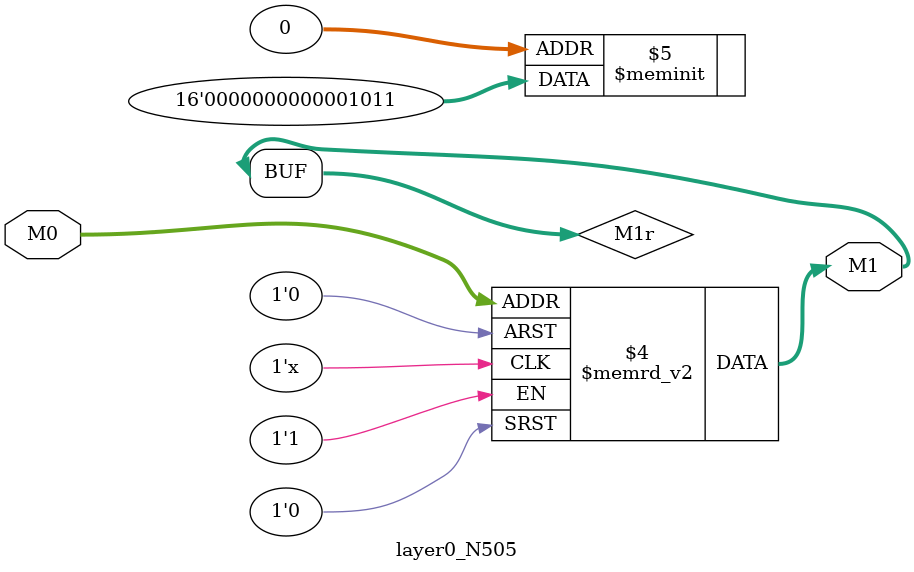
<source format=v>
module layer0_N505 ( input [2:0] M0, output [1:0] M1 );

	(*rom_style = "distributed" *) reg [1:0] M1r;
	assign M1 = M1r;
	always @ (M0) begin
		case (M0)
			3'b000: M1r = 2'b11;
			3'b100: M1r = 2'b00;
			3'b010: M1r = 2'b00;
			3'b110: M1r = 2'b00;
			3'b001: M1r = 2'b10;
			3'b101: M1r = 2'b00;
			3'b011: M1r = 2'b00;
			3'b111: M1r = 2'b00;

		endcase
	end
endmodule

</source>
